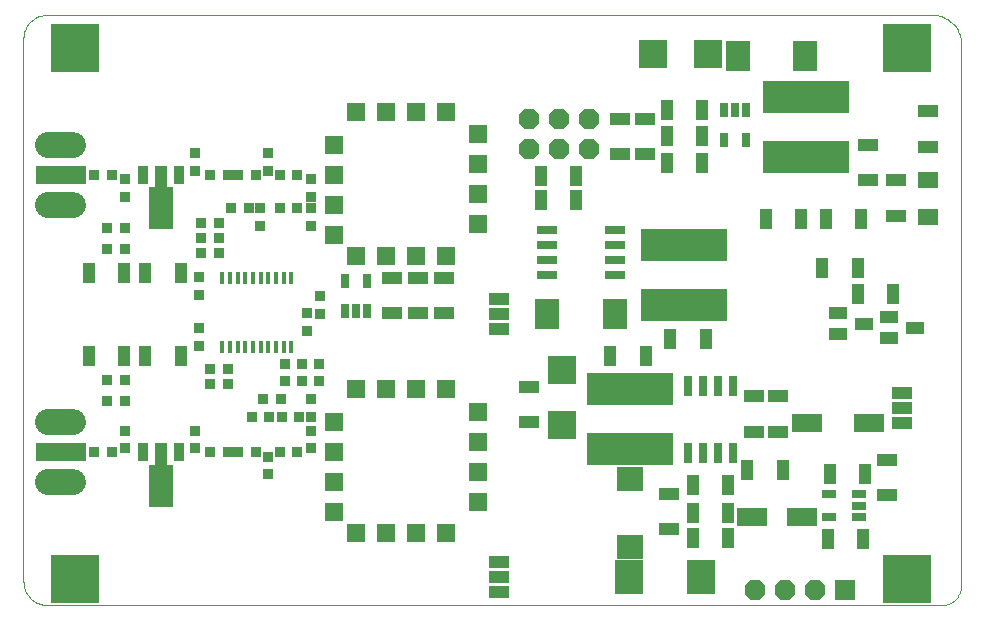
<source format=gts>
G75*
G70*
%OFA0B0*%
%FSLAX24Y24*%
%IPPOS*%
%LPD*%
%AMOC8*
5,1,8,0,0,1.08239X$1,22.5*
%
%ADD10C,0.0000*%
%ADD11R,0.0670X0.0670*%
%ADD12OC8,0.0670*%
%ADD13R,0.1024X0.0631*%
%ADD14R,0.0670X0.0434*%
%ADD15R,0.0434X0.0670*%
%ADD16R,0.0473X0.0316*%
%ADD17R,0.0316X0.0473*%
%ADD18R,0.0827X0.1024*%
%ADD19R,0.0980X0.0980*%
%ADD20R,0.2914X0.1083*%
%ADD21R,0.0867X0.0827*%
%ADD22R,0.0296X0.0670*%
%ADD23R,0.0980X0.1180*%
%ADD24R,0.0670X0.0296*%
%ADD25R,0.0701X0.0558*%
%ADD26R,0.0640X0.0640*%
%ADD27R,0.0670X0.0440*%
%ADD28R,0.0355X0.0355*%
%ADD29R,0.0790X0.1440*%
%ADD30R,0.0420X0.0768*%
%ADD31R,0.0320X0.0640*%
%ADD32R,0.0160X0.0430*%
%ADD33C,0.0865*%
%ADD34R,0.1690X0.0640*%
%ADD35R,0.0591X0.0434*%
%ADD36R,0.1621X0.1621*%
D10*
X003578Y001721D02*
X003578Y019817D01*
X003580Y019872D01*
X003586Y019927D01*
X003596Y019981D01*
X003609Y020034D01*
X003627Y020086D01*
X003648Y020137D01*
X003672Y020187D01*
X003700Y020234D01*
X003732Y020279D01*
X003766Y020322D01*
X003804Y020362D01*
X003844Y020400D01*
X003887Y020434D01*
X003932Y020466D01*
X003979Y020494D01*
X004029Y020518D01*
X004080Y020539D01*
X004132Y020557D01*
X004185Y020570D01*
X004239Y020580D01*
X004294Y020586D01*
X004349Y020588D01*
X033873Y020588D01*
X033933Y020586D01*
X033994Y020580D01*
X034053Y020571D01*
X034112Y020558D01*
X034170Y020541D01*
X034227Y020520D01*
X034283Y020496D01*
X034336Y020469D01*
X034388Y020438D01*
X034438Y020404D01*
X034486Y020367D01*
X034532Y020327D01*
X034574Y020285D01*
X034614Y020239D01*
X034651Y020191D01*
X034685Y020141D01*
X034716Y020089D01*
X034743Y020036D01*
X034767Y019980D01*
X034788Y019923D01*
X034805Y019865D01*
X034818Y019806D01*
X034827Y019747D01*
X034833Y019686D01*
X034835Y019626D01*
X034834Y019626D02*
X034834Y001576D01*
X034832Y001526D01*
X034827Y001477D01*
X034817Y001428D01*
X034805Y001381D01*
X034788Y001334D01*
X034768Y001288D01*
X034745Y001245D01*
X034719Y001203D01*
X034689Y001163D01*
X034657Y001125D01*
X034622Y001090D01*
X034584Y001058D01*
X034544Y001028D01*
X034503Y001002D01*
X034459Y000979D01*
X034413Y000959D01*
X034366Y000942D01*
X034319Y000930D01*
X034270Y000920D01*
X034221Y000915D01*
X034171Y000913D01*
X004387Y000913D01*
X004332Y000915D01*
X004277Y000921D01*
X004223Y000930D01*
X004169Y000943D01*
X004116Y000960D01*
X004065Y000980D01*
X004015Y001004D01*
X003967Y001031D01*
X003921Y001061D01*
X003877Y001094D01*
X003835Y001130D01*
X003796Y001169D01*
X003760Y001211D01*
X003727Y001255D01*
X003697Y001301D01*
X003670Y001349D01*
X003646Y001399D01*
X003626Y001450D01*
X003609Y001503D01*
X003596Y001557D01*
X003587Y001611D01*
X003581Y001666D01*
X003579Y001721D01*
D11*
X030979Y001417D03*
D12*
X029979Y001417D03*
X028979Y001417D03*
X027979Y001417D03*
X022417Y016107D03*
X021417Y016107D03*
X020417Y016107D03*
X020417Y017107D03*
X021417Y017107D03*
X022417Y017107D03*
D13*
X029707Y006981D03*
X031750Y006981D03*
X029526Y003856D03*
X027870Y003856D03*
D14*
X025104Y003453D03*
X025104Y004635D03*
X027917Y006703D03*
X028729Y006703D03*
X028729Y007885D03*
X027917Y007885D03*
X032354Y005759D03*
X032354Y004578D03*
X020417Y007016D03*
X020417Y008197D03*
X017604Y010641D03*
X016729Y010641D03*
X015854Y010641D03*
X015854Y011822D03*
X016729Y011822D03*
X017604Y011822D03*
X023479Y015953D03*
X024291Y015953D03*
X024291Y017135D03*
X023479Y017135D03*
X031729Y016259D03*
X031729Y015078D03*
X032667Y015072D03*
X032667Y013891D03*
X033729Y016203D03*
X033729Y017385D03*
D15*
X031507Y013794D03*
X030326Y013794D03*
X029507Y013794D03*
X028326Y013794D03*
X030201Y012169D03*
X031382Y012169D03*
X031389Y011294D03*
X032570Y011294D03*
X026320Y009794D03*
X025139Y009794D03*
X024320Y009231D03*
X023139Y009231D03*
X027701Y005419D03*
X027070Y004928D03*
X025889Y004928D03*
X025889Y003974D03*
X027070Y003974D03*
X027070Y003139D03*
X025889Y003139D03*
X028882Y005419D03*
X030451Y005294D03*
X031632Y005294D03*
X031570Y003106D03*
X030389Y003106D03*
X022007Y014419D03*
X020826Y014419D03*
X020826Y015231D03*
X022007Y015231D03*
X025013Y015669D03*
X026194Y015669D03*
X026194Y016544D03*
X025013Y016544D03*
X025013Y017419D03*
X026194Y017419D03*
X008819Y011981D03*
X007638Y011981D03*
X006944Y011981D03*
X005763Y011981D03*
X005763Y009231D03*
X006944Y009231D03*
X007638Y009231D03*
X008819Y009231D03*
D16*
X030417Y004606D03*
X031417Y004606D03*
X031417Y004231D03*
X031417Y003856D03*
X030417Y003856D03*
D17*
X015041Y010731D03*
X014666Y010731D03*
X014291Y010731D03*
X014291Y011731D03*
X015041Y011731D03*
X026917Y016419D03*
X027667Y016419D03*
X027667Y017419D03*
X027292Y017419D03*
X026917Y017419D03*
D18*
X027396Y019215D03*
X029646Y019215D03*
X023291Y010606D03*
X021041Y010606D03*
D19*
X021541Y008766D03*
X021541Y006936D03*
X024559Y019294D03*
X026389Y019294D03*
D20*
X029667Y017856D03*
X029667Y015856D03*
X025604Y012919D03*
X025604Y010919D03*
X023791Y008107D03*
X023791Y006107D03*
D21*
X023791Y005106D03*
X023791Y002856D03*
D22*
X025729Y005981D03*
X026229Y005981D03*
X026729Y005981D03*
X027229Y005981D03*
X027229Y008231D03*
X026729Y008231D03*
X026229Y008231D03*
X025729Y008231D03*
D23*
X026179Y001839D03*
X023779Y001839D03*
D24*
X023291Y011919D03*
X023291Y012419D03*
X023291Y012919D03*
X023291Y013419D03*
X021041Y013419D03*
X021041Y012919D03*
X021041Y012419D03*
X021041Y011919D03*
D25*
X033729Y013864D03*
X033729Y015099D03*
D26*
X018729Y014607D03*
X018729Y013607D03*
X017679Y012557D03*
X016679Y012557D03*
X015679Y012557D03*
X014679Y012557D03*
X013929Y013257D03*
X013929Y014257D03*
X013929Y015257D03*
X013929Y016257D03*
X014679Y017357D03*
X015679Y017357D03*
X016679Y017357D03*
X017679Y017357D03*
X018729Y016607D03*
X018729Y015607D03*
X017679Y008106D03*
X016679Y008106D03*
X015679Y008106D03*
X014679Y008106D03*
X013929Y007006D03*
X013929Y006006D03*
X013929Y005006D03*
X013929Y004006D03*
X014679Y003306D03*
X015679Y003306D03*
X016679Y003306D03*
X017679Y003306D03*
X018729Y004356D03*
X018729Y005356D03*
X018729Y006356D03*
X018729Y007356D03*
D27*
X019417Y010106D03*
X019417Y010606D03*
X019417Y011106D03*
X032854Y007981D03*
X032854Y007481D03*
X032854Y006981D03*
X019417Y002356D03*
X019417Y001856D03*
X019417Y001356D03*
D28*
X012712Y006006D03*
X013167Y006147D03*
X013167Y006737D03*
X013167Y007186D03*
X012774Y007186D03*
X012184Y007186D03*
X011774Y007186D03*
X011184Y007186D03*
X011559Y007794D03*
X012149Y007794D03*
X012291Y008374D03*
X012854Y008374D03*
X013417Y008374D03*
X013417Y008964D03*
X012854Y008964D03*
X012291Y008964D03*
X013041Y010061D03*
X013041Y010651D03*
X013479Y010624D03*
X013479Y011214D03*
X013167Y013561D03*
X013167Y014151D03*
X012712Y014151D03*
X013167Y014522D03*
X013167Y015112D03*
X012712Y015256D03*
X012121Y015256D03*
X011729Y015399D03*
X011337Y015256D03*
X010746Y015256D03*
X010399Y015256D03*
X009809Y015256D03*
X009291Y015399D03*
X009291Y015989D03*
X011729Y015989D03*
X011479Y014151D03*
X011087Y014151D03*
X010496Y014151D03*
X010087Y013669D03*
X009496Y013669D03*
X009496Y013169D03*
X010087Y013169D03*
X010087Y012669D03*
X009496Y012669D03*
X009417Y011839D03*
X009417Y011249D03*
X009417Y010151D03*
X009417Y009561D03*
X009809Y008794D03*
X010399Y008794D03*
X010399Y008294D03*
X009809Y008294D03*
X009291Y006737D03*
X009291Y006147D03*
X009809Y006006D03*
X010399Y006006D03*
X010746Y006006D03*
X011337Y006006D03*
X011729Y005863D03*
X012121Y006006D03*
X011729Y005273D03*
X013167Y007777D03*
X006962Y007731D03*
X006371Y007731D03*
X006371Y008419D03*
X006962Y008419D03*
X006979Y006735D03*
X006979Y006145D03*
X006524Y006006D03*
X005933Y006006D03*
X006371Y012794D03*
X006962Y012794D03*
X006962Y013481D03*
X006371Y013481D03*
X006979Y014522D03*
X006979Y015112D03*
X006524Y015256D03*
X005933Y015256D03*
X011479Y013561D03*
X012121Y014151D03*
D29*
X008167Y014140D03*
X008167Y004890D03*
D30*
X008167Y005942D03*
X008167Y015192D03*
D31*
X008757Y015256D03*
X007576Y015256D03*
X007576Y006006D03*
X008757Y006006D03*
D32*
X010202Y009520D03*
X010458Y009520D03*
X010714Y009520D03*
X010970Y009520D03*
X011226Y009520D03*
X011482Y009520D03*
X011738Y009520D03*
X011994Y009520D03*
X012250Y009520D03*
X012506Y009520D03*
X012506Y011818D03*
X012250Y011818D03*
X011994Y011818D03*
X011738Y011818D03*
X011482Y011818D03*
X011226Y011818D03*
X010970Y011818D03*
X010714Y011818D03*
X010458Y011818D03*
X010202Y011818D03*
D33*
X005229Y014256D02*
X004404Y014256D01*
X004404Y016256D02*
X005229Y016256D01*
X005229Y007006D02*
X004404Y007006D01*
X004404Y005006D02*
X005229Y005006D01*
D34*
X004817Y006006D03*
X004817Y015256D03*
D35*
X030729Y010648D03*
X030729Y009940D03*
X031595Y010294D03*
X032417Y010523D03*
X032417Y009814D03*
X033283Y010169D03*
D36*
X033041Y001794D03*
X005291Y001794D03*
X005291Y019472D03*
X033041Y019472D03*
M02*

</source>
